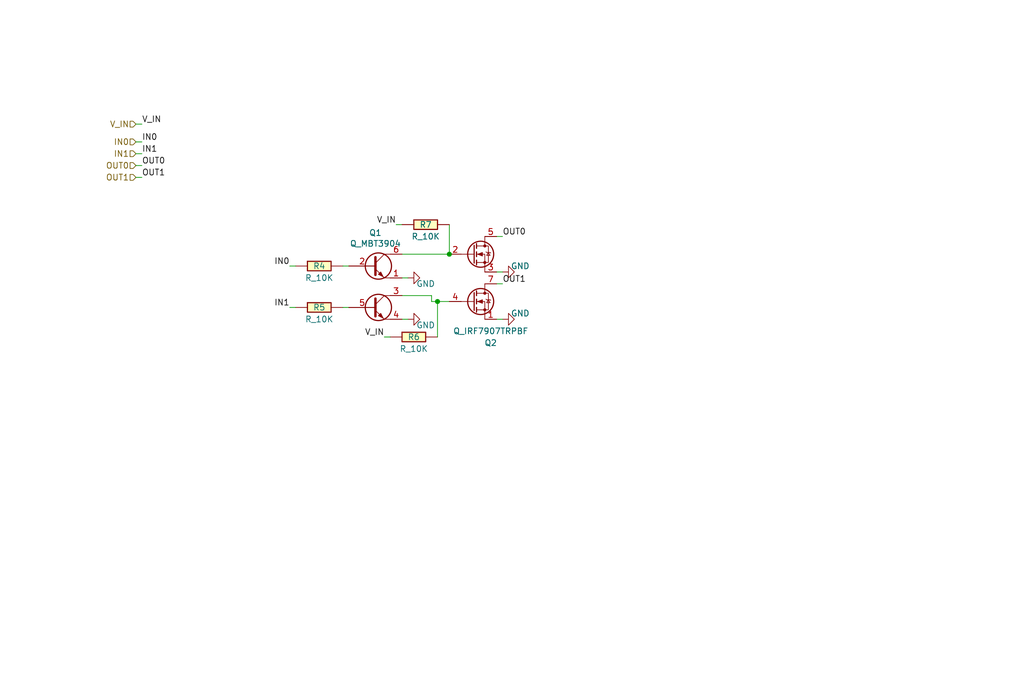
<source format=kicad_sch>
(kicad_sch (version 20211123) (generator eeschema)
  (paper "User" 219.989 150.012)
  (lib_symbols
    (symbol "Open_Automation:Q_IRF7907TRPBF" (pin_names (offset 0) hide)
      (property "Reference" "Q" (at -1.27 -12.7 0))
      (property "Value" "Open_Automation_Q_IRF7907TRPBF" (at -6.35 -10.16 0))
      (symbol "Q_IRF7907TRPBF_0_1"
        (circle (center -0.889 -3.81) (radius 2.794) (stroke (width 0.254)))
        (circle (center -0.889 6.35) (radius 2.794) (stroke (width 0.254)))
        (rectangle (start 0 -6.35) (end 0 -7.62))
        (circle (center 0 -5.588) (radius 0.254) (fill (type outline)))
        (circle (center 0 -2.032) (radius 0.254) (fill (type outline)))
        (rectangle (start 0 0) (end 0 -1.27))
        (polyline (pts (xy -2.286 -3.81) (xy -5.08 -3.81)))
        (polyline (pts (xy -2.286 -1.905) (xy -2.286 -5.715)) (stroke (width 0.254)))
        (polyline (pts (xy -2.286 6.35) (xy -5.08 6.35)))
        (polyline (pts (xy -2.286 8.255) (xy -2.286 4.445)) (stroke (width 0.254)))
        (polyline (pts (xy -1.778 -5.08) (xy -1.778 -6.096)) (stroke (width 0.254)))
        (polyline (pts (xy -1.778 -3.302) (xy -1.778 -4.318)) (stroke (width 0.254)))
        (polyline (pts (xy -1.778 -1.524) (xy -1.778 -2.54)) (stroke (width 0.254)))
        (polyline (pts (xy -1.778 5.08) (xy -1.778 4.064)) (stroke (width 0.254)))
        (polyline (pts (xy -1.778 6.858) (xy -1.778 5.842)) (stroke (width 0.254)))
        (polyline (pts (xy -1.778 8.636) (xy -1.778 7.62)) (stroke (width 0.254)))
        (polyline (pts (xy 0 -1.27) (xy 0 -2.032)))
        (polyline (pts (xy 0 8.89) (xy 0 8.128)))
        (polyline (pts (xy 0 -6.35) (xy 0 -3.81) (xy -1.778 -3.81)))
        (polyline (pts (xy 0 3.81) (xy 0 6.35) (xy -1.778 6.35)))
        (polyline (pts (xy -1.778 -5.588) (xy 0.762 -5.588) (xy 0.762 -2.032) (xy -1.778 -2.032)))
        (polyline (pts (xy -1.778 4.572) (xy 0.762 4.572) (xy 0.762 8.128) (xy -1.778 8.128)))
        (polyline (pts (xy -1.524 -3.81) (xy -0.508 -3.429) (xy -0.508 -4.191) (xy -1.524 -3.81)) (fill (type outline)))
        (polyline (pts (xy -1.524 6.35) (xy -0.508 6.731) (xy -0.508 5.969) (xy -1.524 6.35)) (fill (type outline)))
        (polyline (pts (xy 0.254 -3.302) (xy 0.381 -3.429) (xy 1.143 -3.429) (xy 1.27 -3.556)))
        (polyline (pts (xy 0.254 6.858) (xy 0.381 6.731) (xy 1.143 6.731) (xy 1.27 6.604)))
        (polyline (pts (xy 0.762 -3.429) (xy 0.381 -4.064) (xy 1.143 -4.064) (xy 0.762 -3.429)))
        (polyline (pts (xy 0.762 6.731) (xy 0.381 6.096) (xy 1.143 6.096) (xy 0.762 6.731)))
        (rectangle (start 0 3.81) (end 0 2.54))
        (circle (center 0 4.572) (radius 0.254) (fill (type outline)))
        (circle (center 0 8.128) (radius 0.254) (fill (type outline)))
        (rectangle (start 0 10.16) (end 0 8.89))
      )
      (symbol "Q_IRF7907TRPBF_1_1"
        (pin input line (at 2.54 -7.62 180) (length 2.54) (name "S1") (number "1"))
        (pin passive line (at -7.62 6.35 0) (length 2.54) (name "G1") (number "2"))
        (pin input line (at 2.54 2.54 180) (length 2.54) (name "S2") (number "3"))
        (pin passive line (at -7.62 -3.81 0) (length 2.54) (name "G2") (number "4"))
        (pin passive line (at 2.54 10.16 180) (length 2.54) (name "D2") (number "5"))
        (pin passive line (at 2.54 10.16 180) (length 2.54) hide (name "D2") (number "6"))
        (pin passive line (at 2.54 0 180) (length 2.54) (name "D1") (number "7"))
        (pin passive line (at 2.54 0 180) (length 2.54) hide (name "D1") (number "8"))
      )
    )
    (symbol "Open_Automation:R_10K" (pin_numbers hide) (pin_names (offset 0))
      (property "Reference" "R" (at 0 0 90))
      (property "Value" "Open_Automation_R_10K" (at -1.905 0 90))
      (symbol "R_10K_0_1"
        (rectangle (start -1.016 -2.54) (end 1.016 2.54) (stroke (width 0.254)) (fill (type background)))
      )
      (symbol "R_10K_1_1"
        (pin passive line (at 0 -5.08 90) (length 2.54) (name "~") (number "1"))
        (pin passive line (at 0 5.08 270) (length 2.54) (name "~") (number "2"))
      )
    )
    (symbol "access-controller-rescue:Q_MBT3904-Open_Automation" (pin_names (offset 0) hide)
      (property "Reference" "Q" (at 0 -17.78 0))
      (property "Value" "Q_MBT3904-Open_Automation" (at -5.08 -15.24 0))
      (symbol "Q_MBT3904-Open_Automation_0_1"
        (polyline (pts (xy 0.635 -8.255) (xy 2.54 -6.35)))
        (polyline (pts (xy 0.635 0.635) (xy 2.54 2.54)))
        (polyline (pts (xy 0.635 -9.525) (xy 2.54 -11.43) (xy 2.54 -11.43)))
        (polyline (pts (xy 0.635 -6.985) (xy 0.635 -10.795) (xy 0.635 -10.795)) (stroke (width 0.508)))
        (polyline (pts (xy 0.635 -0.635) (xy 2.54 -2.54) (xy 2.54 -2.54)))
        (polyline (pts (xy 0.635 1.905) (xy 0.635 -1.905) (xy 0.635 -1.905)) (stroke (width 0.508)))
        (polyline (pts (xy 1.27 -10.668) (xy 1.778 -10.16) (xy 2.286 -11.176) (xy 1.27 -10.668) (xy 1.27 -10.668)) (fill (type outline)))
        (polyline (pts (xy 1.27 -1.778) (xy 1.778 -1.27) (xy 2.286 -2.286) (xy 1.27 -1.778) (xy 1.27 -1.778)) (fill (type outline)))
        (circle (center 1.27 -8.89) (radius 2.8194) (stroke (width 0.254)))
        (circle (center 1.27 0) (radius 2.8194) (stroke (width 0.254)))
        (rectangle (start 2.54 -11.43) (end 3.81 -11.43))
        (rectangle (start 2.54 -6.35) (end 3.81 -6.35))
        (rectangle (start 2.54 2.54) (end 3.81 2.54))
        (rectangle (start 3.81 -2.54) (end 2.54 -2.54))
      )
      (symbol "Q_MBT3904-Open_Automation_1_1"
        (pin passive line (at 6.35 -2.54 180) (length 2.54) (name "E") (number "1"))
        (pin input line (at -5.08 0 0) (length 5.715) (name "B") (number "2"))
        (pin passive line (at 6.35 -6.35 180) (length 2.54) (name "C") (number "3"))
        (pin passive line (at 6.35 -11.43 180) (length 2.54) (name "E") (number "4"))
        (pin input line (at -5.08 -8.89 0) (length 5.715) (name "B") (number "5"))
        (pin passive line (at 6.35 2.54 180) (length 2.54) (name "C") (number "6"))
      )
    )
    (symbol "power:GND" (power) (pin_names (offset 0))
      (property "Value" "power_GND" (at 0 -3.81 0))
      (symbol "GND_0_1"
        (polyline (pts (xy 0 0) (xy 0 -1.27) (xy 1.27 -1.27) (xy 0 -2.54) (xy -1.27 -1.27) (xy 0 -1.27)))
      )
      (symbol "GND_1_1"
        (pin power_in line (at 0 0 270) (length 0) hide (name "GND") (number "1"))
      )
    )
  )
  (junction (at 93.98 64.77))
  (junction (at 96.52 54.61))
  (wire (pts (xy 92.71 64.77) (xy 93.98 64.77)))
  (wire (pts (xy 92.71 63.5) (xy 92.71 64.77)))
  (wire (pts (xy 87.63 68.58) (xy 86.36 68.58)))
  (wire (pts (xy 93.98 64.77) (xy 96.52 64.77)))
  (wire (pts (xy 30.48 35.56) (xy 29.21 35.56)))
  (wire (pts (xy 107.95 58.42) (xy 106.68 58.42)))
  (wire (pts (xy 62.23 66.04) (xy 63.5 66.04)))
  (wire (pts (xy 74.93 57.15) (xy 73.66 57.15)))
  (wire (pts (xy 29.21 26.67) (xy 30.48 26.67)))
  (wire (pts (xy 107.95 68.58) (xy 106.68 68.58)))
  (wire (pts (xy 107.95 60.96) (xy 106.68 60.96)))
  (wire (pts (xy 29.21 33.02) (xy 30.48 33.02)))
  (wire (pts (xy 62.23 57.15) (xy 63.5 57.15)))
  (wire (pts (xy 96.52 48.26) (xy 96.52 54.61)))
  (wire (pts (xy 87.63 59.69) (xy 86.36 59.69)))
  (wire (pts (xy 86.36 63.5) (xy 92.71 63.5)))
  (wire (pts (xy 82.55 72.39) (xy 83.82 72.39)))
  (wire (pts (xy 29.21 38.1) (xy 30.48 38.1)))
  (wire (pts (xy 30.48 30.48) (xy 29.21 30.48)))
  (wire (pts (xy 86.36 54.61) (xy 96.52 54.61)))
  (wire (pts (xy 107.95 50.8) (xy 106.68 50.8)))
  (wire (pts (xy 86.36 48.26) (xy 85.09 48.26)))
  (wire (pts (xy 73.66 66.04) (xy 74.93 66.04)))
  (wire (pts (xy 93.98 72.39) (xy 93.98 64.77)))
  (label "IN0" (at 30.48 30.48 0))
  (label "OUT1" (at 30.48 38.1 0))
  (label "OUT0" (at 107.95 50.8 0))
  (label "OUT1" (at 107.95 60.96 0))
  (label "V_IN" (at 30.48 26.67 0))
  (label "OUT0" (at 30.48 35.56 0))
  (label "IN1" (at 62.23 66.04 180))
  (label "IN0" (at 62.23 57.15 180))
  (label "IN1" (at 30.48 33.02 0))
  (label "V_IN" (at 85.09 48.26 180))
  (label "V_IN" (at 82.55 72.39 180))
  (hierarchical_label "IN0" (shape input) (at 29.21 30.48 180))
  (hierarchical_label "OUT1" (shape input) (at 29.21 38.1 180))
  (hierarchical_label "IN1" (shape input) (at 29.21 33.02 180))
  (hierarchical_label "V_IN" (shape input) (at 29.21 26.67 180))
  (hierarchical_label "OUT0" (shape input) (at 29.21 35.56 180))
  (symbol (lib_id "power:GND") (at 107.95 58.42 90) (unit 1)
    (property "Reference" "#PWR023" (effects hide))
    (property "Value" "GND" (at 111.76 57.15 90))
  )
  (symbol (lib_id "power:GND") (at 107.95 68.58 90) (unit 1)
    (property "Reference" "#PWR024" (effects hide))
    (property "Value" "GND" (at 111.76 67.31 90))
  )
  (symbol (lib_id "power:GND") (at 87.63 68.58 90) (unit 1)
    (property "Reference" "#PWR022" (effects hide))
    (property "Value" "GND" (at 91.44 69.85 90))
  )
  (symbol (lib_id "power:GND") (at 87.63 59.69 90) (unit 1)
    (property "Reference" "#PWR021" (effects hide))
    (property "Value" "GND" (at 91.44 60.96 90))
  )
  (symbol (lib_id "Open_Automation:R_10K") (at 88.9 72.39 90) (unit 1)
    (property "Reference" "R6" (at 88.9 72.39 90))
    (property "Value" "R_10K" (at 88.9 74.93 90))
    (property "Footprint" "Resistor_SMD:R_0603_1608Metric_Pad0.98x0.95mm_HandSolder" (effects hide))
    (property "Datasheet" "https://datasheet.lcsc.com/szlcsc/Uniroyal-Elec-0603WAF1002T5E_C25804.pdf" (effects hide))
    (property "Part Number" "0603WAF1002T5E" (effects hide))
    (property "LCSC" "C25804" (effects hide))
  )
  (symbol (lib_id "Open_Automation:R_10K") (at 68.58 66.04 90) (unit 1)
    (property "Reference" "R5" (at 68.58 66.04 90))
    (property "Value" "R_10K" (at 68.58 68.58 90))
    (property "Footprint" "Resistor_SMD:R_0603_1608Metric_Pad0.98x0.95mm_HandSolder" (effects hide))
    (property "Datasheet" "https://datasheet.lcsc.com/szlcsc/Uniroyal-Elec-0603WAF1002T5E_C25804.pdf" (effects hide))
    (property "Part Number" "0603WAF1002T5E" (effects hide))
    (property "LCSC" "C25804" (effects hide))
  )
  (symbol (lib_id "Open_Automation:R_10K") (at 68.58 57.15 90) (unit 1)
    (property "Reference" "R4" (at 68.58 57.15 90))
    (property "Value" "R_10K" (at 68.58 59.69 90))
    (property "Footprint" "Resistor_SMD:R_0603_1608Metric_Pad0.98x0.95mm_HandSolder" (effects hide))
    (property "Datasheet" "https://datasheet.lcsc.com/szlcsc/Uniroyal-Elec-0603WAF1002T5E_C25804.pdf" (effects hide))
    (property "Part Number" "0603WAF1002T5E" (effects hide))
    (property "LCSC" "C25804" (effects hide))
  )
  (symbol (lib_id "Open_Automation:R_10K") (at 91.44 48.26 90) (unit 1)
    (property "Reference" "R7" (at 91.44 48.26 90))
    (property "Value" "R_10K" (at 91.44 50.8 90))
    (property "Footprint" "Resistor_SMD:R_0603_1608Metric_Pad0.98x0.95mm_HandSolder" (effects hide))
    (property "Datasheet" "https://datasheet.lcsc.com/szlcsc/Uniroyal-Elec-0603WAF1002T5E_C25804.pdf" (effects hide))
    (property "Part Number" "0603WAF1002T5E" (effects hide))
    (property "LCSC" "C25804" (effects hide))
  )
  (symbol (lib_id "access-controller-rescue:Q_MBT3904-Open_Automation") (at 80.01 57.15 0) (unit 1)
    (property "Reference" "Q1" (at 80.645 50.0126 0))
    (property "Value" "Q_MBT3904" (at 80.645 52.324 0))
    (property "Footprint" "Package_TO_SOT_SMD:SOT-363_SC-70-6_Handsoldering" (effects hide))
    (property "Datasheet" "https://datasheet.lcsc.com/szlcsc/Leshan-Radio-LMBT3904DW1T1G_C131781.pdf" (effects hide))
    (property "Part Number" "LMBT3904DW1T1G" (effects hide))
    (property "LCSC" "C131781" (effects hide))
  )
  (symbol (lib_id "Open_Automation:Q_IRF7907TRPBF") (at 104.14 60.96 0) (unit 1)
    (property "Reference" "Q2" (at 105.41 73.66 0))
    (property "Value" "Q_IRF7907TRPBF" (at 105.41 71.12 0))
    (property "Footprint" "Package_SO:SOIC-8_3.9x4.9mm_P1.27mm" (effects hide))
    (property "Datasheet" "https://datasheet.lcsc.com/szlcsc/1808281653_Infineon-Technologies-IRF7907TRPBF_C168886.pdf" (effects hide))
    (property "Part Number" "IRF7907TRPBF" (effects hide))
    (property "LCSC" "C168886" (effects hide))
  )
)
</source>
